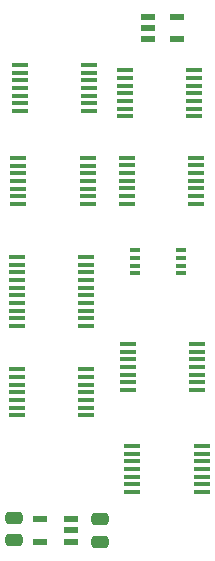
<source format=gtp>
%TF.GenerationSoftware,KiCad,Pcbnew,8.0.4*%
%TF.CreationDate,2024-08-12T19:35:30+02:00*%
%TF.ProjectId,HCP65 MPU NMI,48435036-3520-44d5-9055-204e4d492e6b,V1*%
%TF.SameCoordinates,PX54c81a0PY37b6b20*%
%TF.FileFunction,Paste,Top*%
%TF.FilePolarity,Positive*%
%FSLAX46Y46*%
G04 Gerber Fmt 4.6, Leading zero omitted, Abs format (unit mm)*
G04 Created by KiCad (PCBNEW 8.0.4) date 2024-08-12 19:35:30*
%MOMM*%
%LPD*%
G01*
G04 APERTURE LIST*
G04 Aperture macros list*
%AMRoundRect*
0 Rectangle with rounded corners*
0 $1 Rounding radius*
0 $2 $3 $4 $5 $6 $7 $8 $9 X,Y pos of 4 corners*
0 Add a 4 corners polygon primitive as box body*
4,1,4,$2,$3,$4,$5,$6,$7,$8,$9,$2,$3,0*
0 Add four circle primitives for the rounded corners*
1,1,$1+$1,$2,$3*
1,1,$1+$1,$4,$5*
1,1,$1+$1,$6,$7*
1,1,$1+$1,$8,$9*
0 Add four rect primitives between the rounded corners*
20,1,$1+$1,$2,$3,$4,$5,0*
20,1,$1+$1,$4,$5,$6,$7,0*
20,1,$1+$1,$6,$7,$8,$9,0*
20,1,$1+$1,$8,$9,$2,$3,0*%
G04 Aperture macros list end*
%ADD10R,1.475000X0.450000*%
%ADD11RoundRect,0.250000X0.475000X-0.250000X0.475000X0.250000X-0.475000X0.250000X-0.475000X-0.250000X0*%
%ADD12R,0.950000X0.450000*%
%ADD13RoundRect,0.250000X-0.475000X0.250000X-0.475000X-0.250000X0.475000X-0.250000X0.475000X0.250000X0*%
%ADD14R,1.150000X0.600000*%
%ADD15R,1.250000X0.600000*%
G04 APERTURE END LIST*
D10*
%TO.C,IC4*%
X4174000Y-7702000D03*
X4174000Y-8352000D03*
X4174000Y-9002000D03*
X4174000Y-9652000D03*
X4174000Y-10302000D03*
X4174000Y-10952000D03*
X4174000Y-11602000D03*
X10050000Y-11602000D03*
X10050000Y-10952000D03*
X10050000Y-10302000D03*
X10050000Y-9652000D03*
X10050000Y-9002000D03*
X10050000Y-8352000D03*
X10050000Y-7702000D03*
%TD*%
%TO.C,IC8*%
X13445000Y-23450000D03*
X13445000Y-24100000D03*
X13445000Y-24750000D03*
X13445000Y-25400000D03*
X13445000Y-26050000D03*
X13445000Y-26700000D03*
X13445000Y-27350000D03*
X19321000Y-27350000D03*
X19321000Y-26700000D03*
X19321000Y-26050000D03*
X19321000Y-25400000D03*
X19321000Y-24750000D03*
X19321000Y-24100000D03*
X19321000Y-23450000D03*
%TD*%
%TO.C,IC11*%
X9923000Y-29498000D03*
X9923000Y-28848000D03*
X9923000Y-28198000D03*
X9923000Y-27548000D03*
X9923000Y-26898000D03*
X9923000Y-26248000D03*
X9923000Y-25598000D03*
X4047000Y-25598000D03*
X4047000Y-26248000D03*
X4047000Y-26898000D03*
X4047000Y-27548000D03*
X4047000Y-28198000D03*
X4047000Y-28848000D03*
X4047000Y-29498000D03*
%TD*%
D11*
%TO.C,C8*%
X11049000Y-40202400D03*
X11049000Y-38302400D03*
%TD*%
D10*
%TO.C,IC1*%
X13826000Y-32086000D03*
X13826000Y-32736000D03*
X13826000Y-33386000D03*
X13826000Y-34036000D03*
X13826000Y-34686000D03*
X13826000Y-35336000D03*
X13826000Y-35986000D03*
X19702000Y-35986000D03*
X19702000Y-35336000D03*
X19702000Y-34686000D03*
X19702000Y-34036000D03*
X19702000Y-33386000D03*
X19702000Y-32736000D03*
X19702000Y-32086000D03*
%TD*%
D12*
%TO.C,IC10*%
X14027000Y-15535000D03*
X14027000Y-16185000D03*
X14027000Y-16835000D03*
X14027000Y-17485000D03*
X17977000Y-17485000D03*
X17977000Y-16835000D03*
X17977000Y-16185000D03*
X17977000Y-15535000D03*
%TD*%
D13*
%TO.C,C9*%
X3784600Y-38182000D03*
X3784600Y-40082000D03*
%TD*%
D14*
%TO.C,IC5*%
X8640600Y-40193000D03*
X8640600Y-39243000D03*
X8640600Y-38293000D03*
X6040600Y-38293000D03*
X6040600Y-40193000D03*
%TD*%
D15*
%TO.C,IC2*%
X15133000Y4252000D03*
X15133000Y3302000D03*
X15133000Y2352000D03*
X17633000Y2352000D03*
X17633000Y4252000D03*
%TD*%
D10*
%TO.C,IC9*%
X9940000Y-21934000D03*
X9940000Y-21284000D03*
X9940000Y-20634000D03*
X9940000Y-19984000D03*
X9940000Y-19334000D03*
X9940000Y-18684000D03*
X9940000Y-18034000D03*
X9940000Y-17384000D03*
X9940000Y-16734000D03*
X9940000Y-16084000D03*
X4064000Y-16084000D03*
X4064000Y-16734000D03*
X4064000Y-17384000D03*
X4064000Y-18034000D03*
X4064000Y-18684000D03*
X4064000Y-19334000D03*
X4064000Y-19984000D03*
X4064000Y-20634000D03*
X4064000Y-21284000D03*
X4064000Y-21934000D03*
%TD*%
%TO.C,IC13*%
X4301000Y172000D03*
X4301000Y-478000D03*
X4301000Y-1128000D03*
X4301000Y-1778000D03*
X4301000Y-2428000D03*
X4301000Y-3078000D03*
X4301000Y-3728000D03*
X10177000Y-3728000D03*
X10177000Y-3078000D03*
X10177000Y-2428000D03*
X10177000Y-1778000D03*
X10177000Y-1128000D03*
X10177000Y-478000D03*
X10177000Y172000D03*
%TD*%
%TO.C,IC6*%
X13335000Y-7672000D03*
X13335000Y-8322000D03*
X13335000Y-8972000D03*
X13335000Y-9622000D03*
X13335000Y-10272000D03*
X13335000Y-10922000D03*
X13335000Y-11572000D03*
X19211000Y-11572000D03*
X19211000Y-10922000D03*
X19211000Y-10272000D03*
X19211000Y-9622000D03*
X19211000Y-8972000D03*
X19211000Y-8322000D03*
X19211000Y-7672000D03*
%TD*%
%TO.C,IC7*%
X13174000Y-291000D03*
X13174000Y-941000D03*
X13174000Y-1591000D03*
X13174000Y-2241000D03*
X13174000Y-2891000D03*
X13174000Y-3541000D03*
X13174000Y-4191000D03*
X19050000Y-4191000D03*
X19050000Y-3541000D03*
X19050000Y-2891000D03*
X19050000Y-2241000D03*
X19050000Y-1591000D03*
X19050000Y-941000D03*
X19050000Y-291000D03*
%TD*%
M02*

</source>
